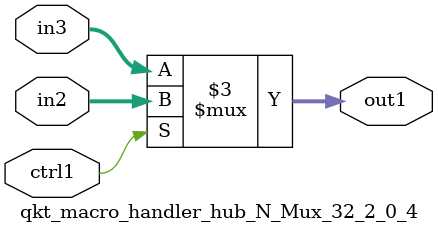
<source format=v>

`timescale 1ps / 1ps


module qkt_macro_handler_hub_N_Mux_32_2_0_4( in3, in2, ctrl1, out1 );

    input [31:0] in3;
    input [31:0] in2;
    input ctrl1;
    output [31:0] out1;
    reg [31:0] out1;

    
    // rtl_process:qkt_macro_handler_hub_N_Mux_32_2_0_4/qkt_macro_handler_hub_N_Mux_32_2_0_4_thread_1
    always @*
      begin : qkt_macro_handler_hub_N_Mux_32_2_0_4_thread_1
        case (ctrl1) 
          1'b1: 
            begin
              out1 = in2;
            end
          default: 
            begin
              out1 = in3;
            end
        endcase
      end

endmodule





</source>
